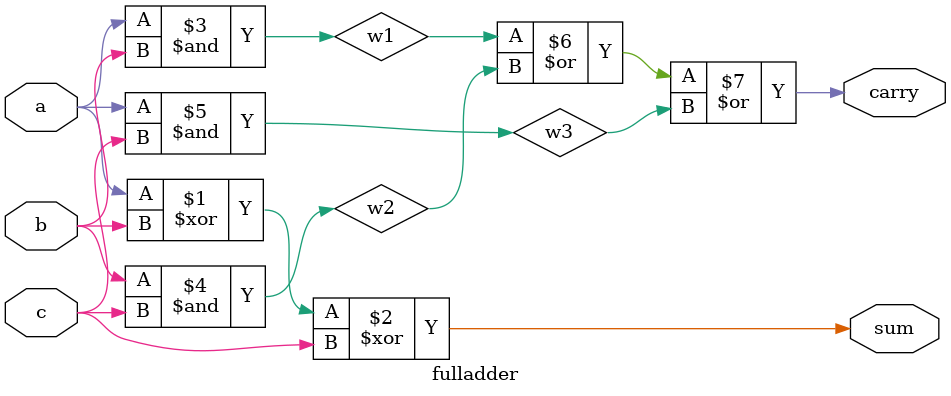
<source format=v>
`timescale 1ns / 1ps


module fulladder(
    input a,
    input b,
    input c,
    output sum,
    output carry
    );
    assign sum=a^b^c;
    assign w1=a&b;
    assign w2=b&c;
    assign w3=a&c;
    assign carry=w1|w2|w3;
    
endmodule

</source>
